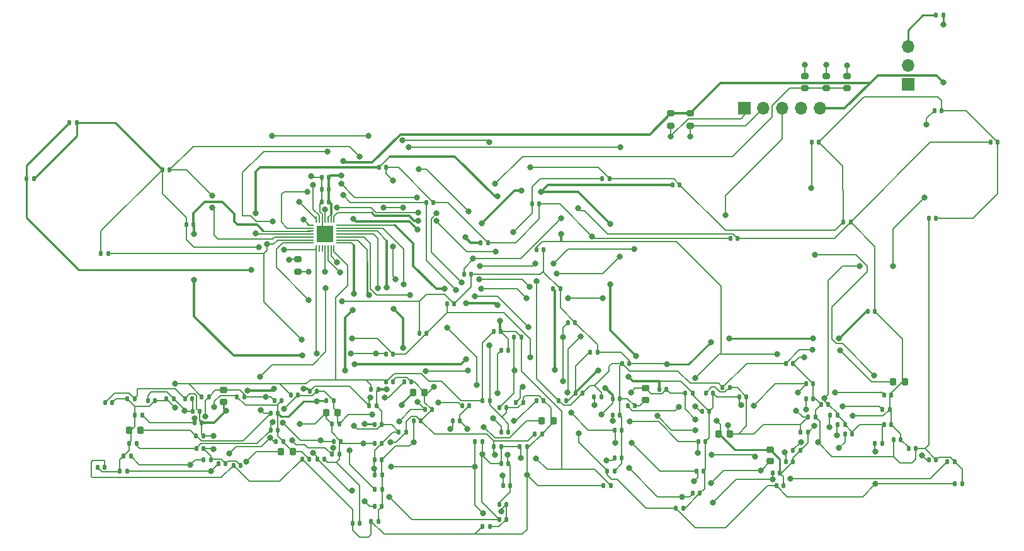
<source format=gtl>
G04 #@! TF.GenerationSoftware,KiCad,Pcbnew,6.0.2+dfsg-1*
G04 #@! TF.CreationDate,2023-12-26T19:09:33+01:00*
G04 #@! TF.ProjectId,vesuvius-badge-charlie,76657375-7669-4757-932d-62616467652d,rev?*
G04 #@! TF.SameCoordinates,Original*
G04 #@! TF.FileFunction,Copper,L1,Top*
G04 #@! TF.FilePolarity,Positive*
%FSLAX46Y46*%
G04 Gerber Fmt 4.6, Leading zero omitted, Abs format (unit mm)*
G04 Created by KiCad (PCBNEW 6.0.2+dfsg-1) date 2023-12-26 19:09:33*
%MOMM*%
%LPD*%
G01*
G04 APERTURE LIST*
G04 Aperture macros list*
%AMRoundRect*
0 Rectangle with rounded corners*
0 $1 Rounding radius*
0 $2 $3 $4 $5 $6 $7 $8 $9 X,Y pos of 4 corners*
0 Add a 4 corners polygon primitive as box body*
4,1,4,$2,$3,$4,$5,$6,$7,$8,$9,$2,$3,0*
0 Add four circle primitives for the rounded corners*
1,1,$1+$1,$2,$3*
1,1,$1+$1,$4,$5*
1,1,$1+$1,$6,$7*
1,1,$1+$1,$8,$9*
0 Add four rect primitives between the rounded corners*
20,1,$1+$1,$2,$3,$4,$5,0*
20,1,$1+$1,$4,$5,$6,$7,0*
20,1,$1+$1,$6,$7,$8,$9,0*
20,1,$1+$1,$8,$9,$2,$3,0*%
G04 Aperture macros list end*
G04 #@! TA.AperFunction,SMDPad,CuDef*
%ADD10RoundRect,0.147500X-0.147500X-0.172500X0.147500X-0.172500X0.147500X0.172500X-0.147500X0.172500X0*%
G04 #@! TD*
G04 #@! TA.AperFunction,ComponentPad*
%ADD11R,1.700000X1.700000*%
G04 #@! TD*
G04 #@! TA.AperFunction,ComponentPad*
%ADD12O,1.700000X1.700000*%
G04 #@! TD*
G04 #@! TA.AperFunction,SMDPad,CuDef*
%ADD13RoundRect,0.218750X-0.218750X-0.256250X0.218750X-0.256250X0.218750X0.256250X-0.218750X0.256250X0*%
G04 #@! TD*
G04 #@! TA.AperFunction,SMDPad,CuDef*
%ADD14RoundRect,0.218750X0.256250X-0.218750X0.256250X0.218750X-0.256250X0.218750X-0.256250X-0.218750X0*%
G04 #@! TD*
G04 #@! TA.AperFunction,SMDPad,CuDef*
%ADD15RoundRect,0.218750X0.218750X0.256250X-0.218750X0.256250X-0.218750X-0.256250X0.218750X-0.256250X0*%
G04 #@! TD*
G04 #@! TA.AperFunction,SMDPad,CuDef*
%ADD16RoundRect,0.050000X-0.050000X0.362500X-0.050000X-0.362500X0.050000X-0.362500X0.050000X0.362500X0*%
G04 #@! TD*
G04 #@! TA.AperFunction,SMDPad,CuDef*
%ADD17RoundRect,0.050000X-0.362500X0.050000X-0.362500X-0.050000X0.362500X-0.050000X0.362500X0.050000X0*%
G04 #@! TD*
G04 #@! TA.AperFunction,SMDPad,CuDef*
%ADD18R,2.300000X2.300000*%
G04 #@! TD*
G04 #@! TA.AperFunction,SMDPad,CuDef*
%ADD19RoundRect,0.147500X0.147500X0.172500X-0.147500X0.172500X-0.147500X-0.172500X0.147500X-0.172500X0*%
G04 #@! TD*
G04 #@! TA.AperFunction,SMDPad,CuDef*
%ADD20RoundRect,0.200000X-0.275000X0.200000X-0.275000X-0.200000X0.275000X-0.200000X0.275000X0.200000X0*%
G04 #@! TD*
G04 #@! TA.AperFunction,SMDPad,CuDef*
%ADD21RoundRect,0.140000X0.140000X0.170000X-0.140000X0.170000X-0.140000X-0.170000X0.140000X-0.170000X0*%
G04 #@! TD*
G04 #@! TA.AperFunction,SMDPad,CuDef*
%ADD22RoundRect,0.200000X0.275000X-0.200000X0.275000X0.200000X-0.275000X0.200000X-0.275000X-0.200000X0*%
G04 #@! TD*
G04 #@! TA.AperFunction,ViaPad*
%ADD23C,0.800000*%
G04 #@! TD*
G04 #@! TA.AperFunction,Conductor*
%ADD24C,0.270000*%
G04 #@! TD*
G04 #@! TA.AperFunction,Conductor*
%ADD25C,0.200000*%
G04 #@! TD*
G04 #@! TA.AperFunction,Conductor*
%ADD26C,0.300000*%
G04 #@! TD*
G04 #@! TA.AperFunction,Conductor*
%ADD27C,0.150000*%
G04 #@! TD*
G04 APERTURE END LIST*
D10*
X243530000Y-55250000D03*
X244500000Y-55250000D03*
D11*
X239750000Y-64525000D03*
D12*
X239750000Y-61985000D03*
X239750000Y-59445000D03*
D11*
X217750000Y-67750000D03*
D12*
X220290000Y-67750000D03*
X222830000Y-67750000D03*
X225370000Y-67750000D03*
X227910000Y-67750000D03*
D13*
X155462500Y-114000000D03*
X157037500Y-114000000D03*
D14*
X221250000Y-115287500D03*
X221250000Y-113712500D03*
D13*
X190512500Y-109850000D03*
X192087500Y-109850000D03*
D15*
X136602500Y-111100000D03*
X135027500Y-111100000D03*
D13*
X161527500Y-108750000D03*
X163102500Y-108750000D03*
X214262500Y-111600000D03*
X215837500Y-111600000D03*
X173212500Y-106000000D03*
X174787500Y-106000000D03*
D14*
X147750000Y-107287500D03*
X147750000Y-105712500D03*
D13*
X237777500Y-104600000D03*
X239352500Y-104600000D03*
D14*
X204500000Y-107037500D03*
X204500000Y-105462500D03*
D10*
X145065000Y-115100000D03*
X146035000Y-115100000D03*
X189580000Y-111600000D03*
X190550000Y-111600000D03*
X172050000Y-104600000D03*
X173020000Y-104600000D03*
X171315000Y-111350000D03*
X172285000Y-111350000D03*
X168080000Y-119100000D03*
X169050000Y-119100000D03*
D16*
X162600000Y-82762500D03*
X162200000Y-82762500D03*
X161800000Y-82762500D03*
X161400000Y-82762500D03*
X161000000Y-82762500D03*
X160600000Y-82762500D03*
X160200000Y-82762500D03*
D17*
X159462500Y-83500000D03*
X159462500Y-83900000D03*
X159462500Y-84300000D03*
X159462500Y-84700000D03*
X159462500Y-85100000D03*
X159462500Y-85500000D03*
X159462500Y-85900000D03*
D16*
X160200000Y-86637500D03*
X160600000Y-86637500D03*
X161000000Y-86637500D03*
X161400000Y-86637500D03*
X161800000Y-86637500D03*
X162200000Y-86637500D03*
X162600000Y-86637500D03*
D17*
X163337500Y-85900000D03*
X163337500Y-85500000D03*
X163337500Y-85100000D03*
X163337500Y-84700000D03*
X163337500Y-84300000D03*
X163337500Y-83900000D03*
X163337500Y-83500000D03*
D18*
X161400000Y-84700000D03*
D19*
X140485000Y-76050000D03*
X139515000Y-76050000D03*
D10*
X149065000Y-115850000D03*
X150035000Y-115850000D03*
D20*
X207900000Y-68475000D03*
X207900000Y-70125000D03*
X210450000Y-68475000D03*
X210450000Y-70125000D03*
D10*
X198815000Y-118600000D03*
X199785000Y-118600000D03*
X236565000Y-110350000D03*
X237535000Y-110350000D03*
X217080000Y-106600000D03*
X218050000Y-106600000D03*
X184050000Y-97850000D03*
X185020000Y-97850000D03*
X225315000Y-111350000D03*
X226285000Y-111350000D03*
X197050000Y-100600000D03*
X198020000Y-100600000D03*
X160365000Y-115000000D03*
X161335000Y-115000000D03*
X239830000Y-113600000D03*
X240800000Y-113600000D03*
X214815000Y-105350000D03*
X215785000Y-105350000D03*
X201300000Y-102100000D03*
X202270000Y-102100000D03*
X223315000Y-102100000D03*
X224285000Y-102100000D03*
D19*
X135785000Y-106850000D03*
X134815000Y-106850000D03*
D10*
X184815000Y-121100000D03*
X185785000Y-121100000D03*
X143565000Y-108600000D03*
X144535000Y-108600000D03*
X199315000Y-116600000D03*
X200285000Y-116600000D03*
X185330000Y-118600000D03*
X186300000Y-118600000D03*
X189230000Y-80650000D03*
X190200000Y-80650000D03*
X180065000Y-90100000D03*
X181035000Y-90100000D03*
X192815000Y-107100000D03*
X193785000Y-107100000D03*
X127015000Y-69750000D03*
X127985000Y-69750000D03*
X200050000Y-109100000D03*
X201020000Y-109100000D03*
X235315000Y-112850000D03*
X236285000Y-112850000D03*
X174050000Y-98100000D03*
X175020000Y-98100000D03*
X242565000Y-82600000D03*
X243535000Y-82600000D03*
X208550000Y-121600000D03*
X209520000Y-121600000D03*
X184830000Y-108100000D03*
X185800000Y-108100000D03*
X231065000Y-83100000D03*
X232035000Y-83100000D03*
X147065000Y-115600000D03*
X148035000Y-115600000D03*
D19*
X163285000Y-110250000D03*
X162315000Y-110250000D03*
X135285000Y-114600000D03*
X134315000Y-114600000D03*
D10*
X222065000Y-118600000D03*
X223035000Y-118600000D03*
X231315000Y-111600000D03*
X232285000Y-111600000D03*
X182315000Y-85850000D03*
X183285000Y-85850000D03*
D21*
X161880000Y-77100000D03*
X160920000Y-77100000D03*
D10*
X187565000Y-113350000D03*
X188535000Y-113350000D03*
X209815000Y-106100000D03*
X210785000Y-106100000D03*
D19*
X132235000Y-87300000D03*
X131265000Y-87300000D03*
D10*
X156800000Y-106350000D03*
X157770000Y-106350000D03*
X158315000Y-115000000D03*
X159285000Y-115000000D03*
X245065000Y-115350000D03*
X246035000Y-115350000D03*
X229300000Y-109100000D03*
X230270000Y-109100000D03*
X186815000Y-98600000D03*
X187785000Y-98600000D03*
X200050000Y-106850000D03*
X201020000Y-106850000D03*
X200315000Y-114850000D03*
X201285000Y-114850000D03*
X144065000Y-113600000D03*
X145035000Y-113600000D03*
D19*
X136035000Y-112850000D03*
X135065000Y-112850000D03*
D10*
X144050000Y-111850000D03*
X145020000Y-111850000D03*
X173315000Y-109850000D03*
X174285000Y-109850000D03*
X169565000Y-100850000D03*
X170535000Y-100850000D03*
X221550000Y-116850000D03*
X222520000Y-116850000D03*
X161565000Y-107100000D03*
X162535000Y-107100000D03*
X206315000Y-105600000D03*
X207285000Y-105600000D03*
X211300000Y-116600000D03*
X212270000Y-116600000D03*
X162315000Y-114350000D03*
X163285000Y-114350000D03*
X182565000Y-107100000D03*
X183535000Y-107100000D03*
X208115000Y-78050000D03*
X209085000Y-78050000D03*
X167565000Y-105600000D03*
X168535000Y-105600000D03*
X140065000Y-106850000D03*
X141035000Y-106850000D03*
X162550000Y-112600000D03*
X163520000Y-112600000D03*
X243300000Y-68100000D03*
X244270000Y-68100000D03*
X184800000Y-123100000D03*
X185770000Y-123100000D03*
X194050000Y-96600000D03*
X195020000Y-96600000D03*
X226815000Y-72350000D03*
X227785000Y-72350000D03*
X195050000Y-106100000D03*
X196020000Y-106100000D03*
D19*
X121265000Y-77250000D03*
X122235000Y-77250000D03*
D10*
X230330000Y-110350000D03*
X231300000Y-110350000D03*
D19*
X131785000Y-116100000D03*
X130815000Y-116100000D03*
D21*
X161880000Y-78725000D03*
X160920000Y-78725000D03*
D10*
X226065000Y-106850000D03*
X227035000Y-106850000D03*
X168050000Y-112850000D03*
X169020000Y-112850000D03*
X184080000Y-113350000D03*
X185050000Y-113350000D03*
D22*
X231600000Y-65087500D03*
X231600000Y-63437500D03*
D10*
X167565000Y-123350000D03*
X168535000Y-123350000D03*
X154065000Y-111100000D03*
X155035000Y-111100000D03*
X168050000Y-121350000D03*
X169020000Y-121350000D03*
X187050000Y-107350000D03*
X188020000Y-107350000D03*
X198665000Y-77250000D03*
X199635000Y-77250000D03*
X143815000Y-110100000D03*
X144785000Y-110100000D03*
X246065000Y-118350000D03*
X247035000Y-118350000D03*
X236315000Y-108350000D03*
X237285000Y-108350000D03*
X226065000Y-104850000D03*
X227035000Y-104850000D03*
X174982500Y-80450000D03*
X175952500Y-80450000D03*
X185080000Y-115600000D03*
X186050000Y-115600000D03*
X224300000Y-113850000D03*
X225270000Y-113850000D03*
X154065000Y-108850000D03*
X155035000Y-108850000D03*
X236550000Y-106350000D03*
X237520000Y-106350000D03*
D21*
X161880000Y-80350000D03*
X160920000Y-80350000D03*
D19*
X169035000Y-115100000D03*
X168065000Y-115100000D03*
D10*
X242565000Y-115100000D03*
X243535000Y-115100000D03*
X177800000Y-94100000D03*
X178770000Y-94100000D03*
X250830000Y-72350000D03*
X251800000Y-72350000D03*
D19*
X136800000Y-109100000D03*
X135830000Y-109100000D03*
D10*
X168050000Y-110350000D03*
X169020000Y-110350000D03*
X212065000Y-108600000D03*
X213035000Y-108600000D03*
X192065000Y-92100000D03*
X193035000Y-92100000D03*
X182565000Y-124100000D03*
X183535000Y-124100000D03*
X167315000Y-107850000D03*
X168285000Y-107850000D03*
X159330000Y-105850000D03*
X160300000Y-105850000D03*
X181565000Y-112600000D03*
X182535000Y-112600000D03*
D20*
X157750000Y-88100000D03*
X157750000Y-89750000D03*
D10*
X154815000Y-112600000D03*
X155785000Y-112600000D03*
X169565000Y-104600000D03*
X170535000Y-104600000D03*
X200300000Y-111100000D03*
X201270000Y-111100000D03*
X226330000Y-109350000D03*
X227300000Y-109350000D03*
X154565000Y-107100000D03*
X155535000Y-107100000D03*
X215880000Y-85300000D03*
X216850000Y-85300000D03*
X178550000Y-109850000D03*
X179520000Y-109850000D03*
X234330000Y-95100000D03*
X235300000Y-95100000D03*
X174815000Y-108350000D03*
X175785000Y-108350000D03*
X228065000Y-107600000D03*
X229035000Y-107600000D03*
D19*
X143685000Y-83450000D03*
X142715000Y-83450000D03*
D10*
X179815000Y-107850000D03*
X180785000Y-107850000D03*
X144815000Y-106600000D03*
X145785000Y-106600000D03*
X223315000Y-115350000D03*
X224285000Y-115350000D03*
D22*
X228750000Y-65087500D03*
X228750000Y-63437500D03*
D19*
X134785000Y-116600000D03*
X133815000Y-116600000D03*
D22*
X225900000Y-65087500D03*
X225900000Y-63437500D03*
D10*
X189815000Y-86850000D03*
X190785000Y-86850000D03*
X202080000Y-107850000D03*
X203050000Y-107850000D03*
X212565000Y-106100000D03*
X213535000Y-106100000D03*
X197565000Y-106600000D03*
X198535000Y-106600000D03*
X149550000Y-106600000D03*
X150520000Y-106600000D03*
X168080000Y-117100000D03*
X169050000Y-117100000D03*
X185065000Y-100350000D03*
X186035000Y-100350000D03*
X185065000Y-111350000D03*
X186035000Y-111350000D03*
X237830000Y-112350000D03*
X238800000Y-112350000D03*
D19*
X132785000Y-107350000D03*
X131815000Y-107350000D03*
D10*
X137550000Y-107100000D03*
X138520000Y-107100000D03*
X210815000Y-119600000D03*
X211785000Y-119600000D03*
X165080000Y-123600000D03*
X166050000Y-123600000D03*
X189815000Y-107100000D03*
X190785000Y-107100000D03*
X211565000Y-112600000D03*
X212535000Y-112600000D03*
X168630000Y-75750000D03*
X169600000Y-75750000D03*
X142565000Y-106850000D03*
X143535000Y-106850000D03*
D23*
X244500000Y-56500000D03*
X226750000Y-78500000D03*
X151500000Y-89500000D03*
X244500000Y-64250000D03*
X168000000Y-116250000D03*
X170250000Y-116000000D03*
X176000000Y-105250000D03*
X172000000Y-91500000D03*
X167344378Y-92872881D03*
X171750000Y-107750000D03*
X166750000Y-110270020D03*
X160250000Y-107250000D03*
X167750000Y-109000000D03*
X165250000Y-110500000D03*
X160750000Y-112500000D03*
X159750000Y-114149500D03*
X165000000Y-119250000D03*
X202500000Y-106000000D03*
X211000000Y-118000000D03*
X213250000Y-118250000D03*
X220000000Y-116500000D03*
X158000000Y-110250000D03*
X153449500Y-106600000D03*
X143250000Y-115750000D03*
X148500000Y-114250000D03*
X150834525Y-115312982D03*
X146065000Y-116600000D03*
X142500000Y-108500000D03*
X146500000Y-108000000D03*
X227250000Y-87500000D03*
X235250000Y-103750000D03*
X237750000Y-89000000D03*
X242000000Y-79750000D03*
X233250000Y-89000000D03*
X242250000Y-70000000D03*
X154350000Y-83000000D03*
X161700000Y-73589989D03*
X161350000Y-89800000D03*
X201050000Y-73050000D03*
X159150000Y-89800000D03*
X172650000Y-73050000D03*
X179750000Y-91250000D03*
X198700000Y-93300000D03*
X163000000Y-81125500D03*
X176400000Y-81900000D03*
X215250000Y-82150000D03*
X173900000Y-81850000D03*
X188500000Y-93350000D03*
X161400000Y-81400000D03*
X194100000Y-93350000D03*
X182400000Y-92050000D03*
X225900000Y-61912500D03*
X228750000Y-61912500D03*
X156550000Y-88150000D03*
X159550000Y-76900000D03*
X182535000Y-114335000D03*
X187700000Y-114850000D03*
X177502250Y-92101243D03*
X180550000Y-110950500D03*
X184900000Y-96350000D03*
X166749500Y-120700000D03*
X189750000Y-114900000D03*
X170050000Y-120050000D03*
X184550000Y-94300000D03*
X180350000Y-94050000D03*
X185950000Y-114400000D03*
X156950000Y-112500000D03*
X184250000Y-114400000D03*
X164650000Y-113800000D03*
X162500000Y-113519500D03*
X170200000Y-112700000D03*
X154024406Y-112129837D03*
X185111076Y-122004576D03*
X154335500Y-110000000D03*
X182650000Y-122250000D03*
X170600000Y-94750000D03*
X182750000Y-110650000D03*
X169700000Y-105650000D03*
X171900000Y-100050000D03*
X169700000Y-91900000D03*
X155734500Y-110100000D03*
X181550000Y-116000000D03*
X178250000Y-110900000D03*
X155850000Y-108250000D03*
X152650000Y-103950000D03*
X161500000Y-92000000D03*
X168450000Y-92000000D03*
X173315000Y-112685000D03*
X152750000Y-108419020D03*
X186800000Y-109850000D03*
X172800000Y-92900000D03*
X173800000Y-107300000D03*
X145292385Y-109272906D03*
X188000000Y-105250000D03*
X166550000Y-112850000D03*
X171350000Y-109900000D03*
X176650000Y-107350000D03*
X177800000Y-97300000D03*
X181750000Y-105050000D03*
X143824405Y-109511071D03*
X183950000Y-109500000D03*
X184550000Y-106100000D03*
X146400000Y-113631201D03*
X146400000Y-111832681D03*
X148050000Y-108500000D03*
X165250000Y-92699500D03*
X150992631Y-105754968D03*
X167450000Y-106750000D03*
X186850000Y-103050000D03*
X180600000Y-103050000D03*
X165100000Y-94900000D03*
X154515763Y-105549500D03*
X164050000Y-103100000D03*
X174950000Y-103150000D03*
X169450000Y-106750000D03*
X158474676Y-105549500D03*
X141250000Y-104850000D03*
X141250000Y-108100000D03*
X182200000Y-89050000D03*
X210500000Y-71550000D03*
X202950000Y-86750000D03*
X189650000Y-88650000D03*
X192150000Y-88700000D03*
X163019622Y-88480378D03*
X163400000Y-89850000D03*
X201000000Y-87750000D03*
X207900000Y-71550000D03*
X192550000Y-90000000D03*
X182150000Y-90800000D03*
X188900000Y-91800000D03*
X231600000Y-61962500D03*
X170500000Y-77500000D03*
X195750000Y-98500000D03*
X160250000Y-100800000D03*
X235350000Y-113950500D03*
X194000000Y-106000000D03*
X197282193Y-85000019D03*
X164850000Y-100800000D03*
X170500000Y-86350000D03*
X195500000Y-111500000D03*
X152450000Y-86500000D03*
X170900000Y-90800000D03*
X155850000Y-86850000D03*
X168250000Y-100800000D03*
X235400000Y-118349500D03*
X209350000Y-120050000D03*
X207350000Y-102250000D03*
X213250000Y-99250000D03*
X213500000Y-120850000D03*
X227000000Y-98750000D03*
X199250000Y-115200000D03*
X230500000Y-113500000D03*
X223950000Y-117650000D03*
X202250000Y-116200000D03*
X215750000Y-98750000D03*
X163700000Y-93750000D03*
X221600000Y-117700000D03*
X159200000Y-93550000D03*
X230500000Y-98750000D03*
X200400000Y-112800000D03*
X153591265Y-86049011D03*
X167250000Y-71500000D03*
X188950000Y-101250000D03*
X241650000Y-114500000D03*
X194450000Y-108750000D03*
X171804977Y-72054977D03*
X189000000Y-75750000D03*
X202600000Y-112800000D03*
X183500000Y-72350500D03*
X158250000Y-98900000D03*
X154250000Y-71500000D03*
X165000000Y-98750000D03*
X230250000Y-111750000D03*
X213400000Y-114400000D03*
X181300000Y-88000000D03*
X219243232Y-114661505D03*
X229200000Y-110700000D03*
X200100000Y-109850000D03*
X202400000Y-109950000D03*
X146250000Y-81100000D03*
X166050000Y-74300000D03*
X195450000Y-81250000D03*
X223200000Y-114100000D03*
X146200000Y-79500000D03*
X193150000Y-82550000D03*
X211500000Y-114150000D03*
X232350000Y-109200000D03*
X174000000Y-76000000D03*
X180700000Y-81650000D03*
X227650000Y-112750000D03*
X222200000Y-100900000D03*
X225350000Y-112700000D03*
X208950000Y-108000000D03*
X184550000Y-79600000D03*
X193150000Y-84700000D03*
X225800000Y-101250000D03*
X211150000Y-107900000D03*
X152100000Y-81900000D03*
X211200000Y-104050000D03*
X152050000Y-84650011D03*
X199050000Y-105400000D03*
X158300000Y-101050000D03*
X228545167Y-106758663D03*
X192250000Y-103000000D03*
X198550000Y-109000000D03*
X143800000Y-90850000D03*
X143800000Y-84700000D03*
X224700000Y-108450000D03*
X215600000Y-110450000D03*
X180350000Y-101550000D03*
X206050000Y-109169020D03*
X211150000Y-111100000D03*
X165400000Y-102200000D03*
X197600000Y-107750000D03*
X163800000Y-79450000D03*
X227200000Y-110550000D03*
X214050000Y-109800000D03*
X178950000Y-92200000D03*
X181550000Y-93050000D03*
X231000000Y-107900000D03*
X211200000Y-109650000D03*
X193350000Y-104500000D03*
X188750000Y-97200000D03*
X193350000Y-98600000D03*
X226100000Y-108350000D03*
X159000000Y-79050000D03*
X158500000Y-82750000D03*
X190400000Y-79000000D03*
X203200000Y-101100000D03*
X187800000Y-78850000D03*
X199750000Y-83300000D03*
X165150000Y-82650000D03*
X224950000Y-106050000D03*
X230000000Y-106050000D03*
X217350500Y-107750000D03*
X180250000Y-85150000D03*
X182450000Y-83250000D03*
X202150000Y-103900000D03*
X219000000Y-107800000D03*
X198100000Y-103050000D03*
X173800000Y-84100000D03*
X199750000Y-91500000D03*
X189850000Y-91050000D03*
X186700000Y-84450000D03*
X157900000Y-80400000D03*
X169250000Y-81149500D03*
X230600000Y-100350000D03*
X171900000Y-81149500D03*
X226900000Y-100300000D03*
X173750000Y-79750000D03*
X159800000Y-78100000D03*
X184250000Y-77950000D03*
X163600000Y-77950000D03*
X163850000Y-74850000D03*
X163550000Y-76800000D03*
X176350000Y-82950000D03*
X188550000Y-117150000D03*
X184350000Y-87100000D03*
X183500000Y-99700000D03*
X173900000Y-82900000D03*
X185250000Y-117200000D03*
D24*
X244500000Y-55250000D02*
X244500000Y-56500000D01*
X241750000Y-55250000D02*
X239750000Y-57250000D01*
X239750000Y-57250000D02*
X239750000Y-59445000D01*
X243530000Y-55250000D02*
X241750000Y-55250000D01*
D25*
X184250000Y-77950000D02*
X187950000Y-74250000D01*
X187950000Y-74250000D02*
X216200000Y-74250000D01*
X216200000Y-74250000D02*
X221500000Y-68950000D01*
X221500000Y-68950000D02*
X221500000Y-67454345D01*
X221500000Y-67454345D02*
X223866845Y-65087500D01*
X223866845Y-65087500D02*
X225900000Y-65087500D01*
D26*
X234662020Y-64337980D02*
X235674511Y-63325489D01*
X235674511Y-63325489D02*
X243575489Y-63325489D01*
X243575489Y-63325489D02*
X244500000Y-64250000D01*
D25*
X226815000Y-78435000D02*
X226750000Y-78500000D01*
X226815000Y-72350000D02*
X226815000Y-78435000D01*
D24*
X128250000Y-89500000D02*
X151500000Y-89500000D01*
X121265000Y-77250000D02*
X121265000Y-82515000D01*
X121265000Y-82515000D02*
X128250000Y-89500000D01*
X122235000Y-77250000D02*
X127985000Y-71500000D01*
X127985000Y-71500000D02*
X127985000Y-69750000D01*
X127015000Y-69750000D02*
X121282252Y-75482748D01*
X121282252Y-75482748D02*
X121282252Y-77232748D01*
X127985000Y-69750000D02*
X133215000Y-69750000D01*
X133215000Y-69750000D02*
X139515000Y-76050000D01*
D26*
X214587020Y-64337980D02*
X234662020Y-64337980D01*
X227950000Y-67750000D02*
X231250000Y-67750000D01*
X231250000Y-67750000D02*
X234662020Y-64337980D01*
X210450000Y-68475000D02*
X214587020Y-64337980D01*
D25*
X169565000Y-104600000D02*
X170665000Y-103500000D01*
X170665000Y-103500000D02*
X174310741Y-103500000D01*
X174310741Y-103500000D02*
X175310741Y-104500000D01*
X175310741Y-104500000D02*
X177050000Y-104500000D01*
X177050000Y-104500000D02*
X179650000Y-107100000D01*
X179650000Y-107100000D02*
X182565000Y-107100000D01*
X168000000Y-116250000D02*
X168000000Y-115165000D01*
X168000000Y-115165000D02*
X168065000Y-115100000D01*
D24*
X168080000Y-117100000D02*
X168080000Y-116330000D01*
X168080000Y-116330000D02*
X168000000Y-116250000D01*
D25*
X181550000Y-116000000D02*
X170250000Y-116000000D01*
X175250000Y-106000000D02*
X176000000Y-105250000D01*
X174787500Y-106000000D02*
X175250000Y-106000000D01*
X169150000Y-83900000D02*
X172000000Y-86750000D01*
X172000000Y-86750000D02*
X172000000Y-91500000D01*
X163337500Y-83900000D02*
X169150000Y-83900000D01*
X163337500Y-85500000D02*
X165750000Y-85500000D01*
X167045850Y-86795850D02*
X167045850Y-88545850D01*
X165750000Y-85500000D02*
X167045850Y-86795850D01*
D24*
X167045850Y-92574353D02*
X167045850Y-88545850D01*
X167344378Y-92872881D02*
X167045850Y-92574353D01*
X171750000Y-107750000D02*
X171750000Y-107462500D01*
X171750000Y-107462500D02*
X173212500Y-106000000D01*
X158500000Y-107250000D02*
X156500000Y-109250000D01*
X160250000Y-107250000D02*
X158500000Y-107250000D01*
X161565000Y-107100000D02*
X160400000Y-107100000D01*
X160400000Y-107100000D02*
X160250000Y-107250000D01*
X166750000Y-110270020D02*
X167970020Y-110270020D01*
X167970020Y-110270020D02*
X168050000Y-110350000D01*
D25*
X155734500Y-110100000D02*
X158067250Y-112432750D01*
X160750000Y-112500000D02*
X158134500Y-112500000D01*
X164535000Y-109000000D02*
X167750000Y-109000000D01*
X163285000Y-110250000D02*
X164535000Y-109000000D01*
X169020000Y-112850000D02*
X170520000Y-111350000D01*
X170520000Y-111350000D02*
X171315000Y-111350000D01*
X169020000Y-110350000D02*
X168400480Y-110969520D01*
X168400480Y-110969520D02*
X165719520Y-110969520D01*
X165719520Y-110969520D02*
X165250000Y-110500000D01*
X162550000Y-112600000D02*
X160850000Y-112600000D01*
X160850000Y-112600000D02*
X160750000Y-112500000D01*
X160365000Y-114764500D02*
X159750000Y-114149500D01*
X160365000Y-115000000D02*
X160365000Y-114764500D01*
X158315000Y-115000000D02*
X165080000Y-121765000D01*
X165080000Y-121765000D02*
X165080000Y-123600000D01*
X157037500Y-114000000D02*
X158285000Y-114000000D01*
X158285000Y-114000000D02*
X159285000Y-115000000D01*
X164615000Y-119250000D02*
X160365000Y-115000000D01*
X165000000Y-119250000D02*
X164615000Y-119250000D01*
X203037500Y-105462500D02*
X202500000Y-106000000D01*
X204500000Y-105462500D02*
X203037500Y-105462500D01*
X207285000Y-105600000D02*
X206665480Y-106219520D01*
X206665480Y-106219520D02*
X205257020Y-106219520D01*
X205257020Y-106219520D02*
X204500000Y-105462500D01*
X203050000Y-107850000D02*
X203687500Y-107850000D01*
X203687500Y-107850000D02*
X204500000Y-107037500D01*
X211000000Y-118000000D02*
X211500000Y-117500000D01*
X211500000Y-117500000D02*
X211500000Y-116800000D01*
X211500000Y-116800000D02*
X211300000Y-116600000D01*
X211300000Y-116600000D02*
X206400000Y-116600000D01*
X206400000Y-116600000D02*
X202600000Y-112800000D01*
X220000000Y-116500000D02*
X215000000Y-116500000D01*
X215000000Y-116500000D02*
X213250000Y-118250000D01*
X220000000Y-116500000D02*
X220037500Y-116500000D01*
X220037500Y-116500000D02*
X221250000Y-115287500D01*
D24*
X221250000Y-113712500D02*
X222520000Y-114982500D01*
X222520000Y-114982500D02*
X222520000Y-116850000D01*
X214262500Y-111600000D02*
X214350000Y-111600000D01*
X214350000Y-111600000D02*
X216462500Y-113712500D01*
X216462500Y-113712500D02*
X221250000Y-113712500D01*
D25*
X174787500Y-106000000D02*
X174787500Y-107352500D01*
X174787500Y-107352500D02*
X175785000Y-108350000D01*
X173020000Y-104600000D02*
X173387500Y-104600000D01*
X173387500Y-104600000D02*
X174787500Y-106000000D01*
D24*
X155435000Y-109250000D02*
X155035000Y-108850000D01*
X156500000Y-109250000D02*
X155435000Y-109250000D01*
D25*
X162315000Y-110250000D02*
X162315000Y-111395000D01*
X162315000Y-111395000D02*
X163520000Y-112600000D01*
X163102500Y-108750000D02*
X163102500Y-110067500D01*
X163102500Y-110067500D02*
X163285000Y-110250000D01*
X162535000Y-107100000D02*
X162535000Y-108182500D01*
X162535000Y-108182500D02*
X163102500Y-108750000D01*
X161527500Y-108750000D02*
X161527500Y-109462500D01*
X161527500Y-109462500D02*
X162315000Y-110250000D01*
X158000000Y-110250000D02*
X160027500Y-110250000D01*
X160027500Y-110250000D02*
X161527500Y-108750000D01*
X153150000Y-106600000D02*
X154065000Y-106600000D01*
X150520000Y-106600000D02*
X153150000Y-106600000D01*
X162900000Y-115400000D02*
X161735000Y-115400000D01*
X161735000Y-115400000D02*
X161335000Y-115000000D01*
X155785000Y-112600000D02*
X155785000Y-112747500D01*
X155785000Y-112747500D02*
X157037500Y-114000000D01*
X155035000Y-111100000D02*
X155035000Y-111850000D01*
X155035000Y-111850000D02*
X155785000Y-112600000D01*
X143250000Y-115750000D02*
X136435000Y-115750000D01*
X136435000Y-115750000D02*
X135285000Y-114600000D01*
X154024406Y-112129837D02*
X152823022Y-113331221D01*
X152823022Y-113331221D02*
X149418779Y-113331221D01*
X149418779Y-113331221D02*
X148500000Y-114250000D01*
X143250000Y-115750000D02*
X143900000Y-115100000D01*
X143900000Y-115100000D02*
X145065000Y-115100000D01*
X150834525Y-115312982D02*
X152147507Y-114000000D01*
X152147507Y-114000000D02*
X155462500Y-114000000D01*
X158315000Y-115000000D02*
X155315000Y-118000000D01*
X155315000Y-118000000D02*
X151215000Y-118000000D01*
X151215000Y-118000000D02*
X149065000Y-115850000D01*
X142500000Y-108500000D02*
X142500000Y-108315000D01*
X142500000Y-108315000D02*
X141035000Y-106850000D01*
X143565000Y-108600000D02*
X142600000Y-108600000D01*
X142600000Y-108600000D02*
X142500000Y-108500000D01*
X146500000Y-107250000D02*
X146500000Y-108000000D01*
X147300480Y-106449520D02*
X146500000Y-107250000D01*
X149399520Y-106449520D02*
X147300480Y-106449520D01*
X149550000Y-106600000D02*
X149399520Y-106449520D01*
D24*
X147750000Y-107287500D02*
X147750000Y-108200000D01*
X147750000Y-108200000D02*
X148050000Y-108500000D01*
D25*
X147750000Y-105712500D02*
X149960904Y-105712500D01*
X149960904Y-105712500D02*
X150520000Y-106271596D01*
X150520000Y-106271596D02*
X150520000Y-106600000D01*
X145785000Y-106600000D02*
X146672500Y-105712500D01*
X146672500Y-105712500D02*
X147750000Y-105712500D01*
X235250000Y-103750000D02*
X230949511Y-99449511D01*
X234250000Y-89010741D02*
X232739259Y-87500000D01*
X230099031Y-99449511D02*
X229500000Y-98850480D01*
X234250000Y-89750000D02*
X234250000Y-89010741D01*
X232739259Y-87500000D02*
X227250000Y-87500000D01*
X229500000Y-94500000D02*
X234250000Y-89750000D01*
X229500000Y-98850480D02*
X229500000Y-94500000D01*
X230949511Y-99449511D02*
X230099031Y-99449511D01*
X229000000Y-91000000D02*
X231000000Y-89000000D01*
X237750000Y-89000000D02*
X237750000Y-84000000D01*
X229000000Y-106303830D02*
X229000000Y-91000000D01*
X231000000Y-89000000D02*
X233250000Y-89000000D01*
X228545167Y-106758663D02*
X229000000Y-106303830D01*
X237750000Y-84000000D02*
X242000000Y-79750000D01*
X242250000Y-70000000D02*
X242250000Y-69150000D01*
X242250000Y-69150000D02*
X243300000Y-68100000D01*
X244270000Y-68100000D02*
X244270000Y-66770000D01*
X244270000Y-66770000D02*
X243750000Y-66250000D01*
X243750000Y-66250000D02*
X233885000Y-66250000D01*
X233885000Y-66250000D02*
X227785000Y-72350000D01*
X210450000Y-70125000D02*
X217955000Y-70125000D01*
X217955000Y-70125000D02*
X220330000Y-67750000D01*
X207900000Y-71493573D02*
X210219053Y-69174520D01*
X210219053Y-69174520D02*
X217325480Y-69174520D01*
X217325480Y-69174520D02*
X217790000Y-68710000D01*
X217790000Y-68710000D02*
X217790000Y-67750000D01*
X215250000Y-82150000D02*
X215250000Y-79500000D01*
X215250000Y-79500000D02*
X222870000Y-71880000D01*
X222870000Y-71880000D02*
X222870000Y-67750000D01*
X150250000Y-76434505D02*
X150250000Y-82220838D01*
X159100000Y-89750000D02*
X159150000Y-89800000D01*
X152179651Y-83000000D02*
X154350000Y-83000000D01*
X157850000Y-89750000D02*
X159100000Y-89750000D01*
X201050000Y-73050000D02*
X172650000Y-73050000D01*
X151400489Y-82220838D02*
X150250000Y-82220838D01*
X151400489Y-82220838D02*
X152179651Y-83000000D01*
X154647764Y-73577742D02*
X154660011Y-73589989D01*
X153172258Y-73577742D02*
X150327742Y-76422258D01*
X161400000Y-89750000D02*
X161400000Y-86637500D01*
X153172258Y-73577742D02*
X154647764Y-73577742D01*
X161700000Y-73589989D02*
X154660011Y-73589989D01*
X157750000Y-89750000D02*
X157850000Y-89750000D01*
X161350000Y-89800000D02*
X161400000Y-89750000D01*
D27*
X182400000Y-92050000D02*
X187200000Y-92050000D01*
X167575862Y-81125500D02*
X163000000Y-81125500D01*
X173874011Y-81824011D02*
X168274373Y-81824011D01*
X168274373Y-81824011D02*
X167575862Y-81125500D01*
X173900000Y-81850000D02*
X173874011Y-81824011D01*
X175675489Y-82624511D02*
X175675489Y-87175489D01*
X161400000Y-82762500D02*
X161400000Y-81400000D01*
X198650000Y-93350000D02*
X198700000Y-93300000D01*
X175675489Y-87175489D02*
X179750000Y-91250000D01*
X176400000Y-81900000D02*
X175675489Y-82624511D01*
X187200000Y-92050000D02*
X188500000Y-93350000D01*
X194100000Y-93350000D02*
X198650000Y-93350000D01*
D25*
X225900000Y-63437500D02*
X225900000Y-61912500D01*
X228750000Y-63437500D02*
X228750000Y-61912500D01*
X160700489Y-80569511D02*
X160920000Y-80350000D01*
X156600000Y-88100000D02*
X156550000Y-88150000D01*
D27*
X160924511Y-84224511D02*
X161025480Y-84123542D01*
D25*
X157750000Y-88100000D02*
X156600000Y-88100000D01*
X160920000Y-78725000D02*
X160920000Y-77100000D01*
X161000000Y-82762500D02*
X161000000Y-81989259D01*
D27*
X161400000Y-84700000D02*
X160924511Y-84224511D01*
D25*
X159750000Y-77100000D02*
X159550000Y-76900000D01*
X160920000Y-80350000D02*
X160920000Y-78725000D01*
X160920000Y-77100000D02*
X159750000Y-77100000D01*
D27*
X161025480Y-84123542D02*
X161025480Y-82374520D01*
D25*
X160700489Y-81689748D02*
X160700489Y-80569511D01*
X161000000Y-81989259D02*
X160700489Y-81689748D01*
X187700000Y-113485000D02*
X187565000Y-113350000D01*
X182535000Y-114485000D02*
X182535000Y-112600000D01*
X167399500Y-121350000D02*
X166749500Y-120700000D01*
X187700000Y-114850000D02*
X187700000Y-113485000D01*
X173100000Y-123100000D02*
X184800000Y-123100000D01*
X179520000Y-109115000D02*
X180785000Y-107850000D01*
D26*
X173250000Y-86000000D02*
X173250000Y-89000000D01*
D25*
X186035000Y-98865000D02*
X185020000Y-97850000D01*
X170050000Y-120050000D02*
X173100000Y-123100000D01*
X146065000Y-116600000D02*
X147065000Y-115600000D01*
X134785000Y-116600000D02*
X146065000Y-116600000D01*
X184800000Y-123100000D02*
X182500000Y-120800000D01*
D26*
X173250000Y-89000000D02*
X176351243Y-92101243D01*
X170750000Y-83500000D02*
X173250000Y-86000000D01*
D25*
X191250000Y-116400000D02*
X189750000Y-114900000D01*
X193250000Y-108612819D02*
X193250000Y-116400000D01*
X191250000Y-116400000D02*
X197585000Y-116400000D01*
X182500000Y-120800000D02*
X182500000Y-114370000D01*
X187785000Y-103147819D02*
X193250000Y-108612819D01*
X185080000Y-115600000D02*
X183650000Y-115600000D01*
D26*
X184900000Y-96350000D02*
X184900000Y-97730000D01*
D25*
X179520000Y-109850000D02*
X179520000Y-109115000D01*
D26*
X176351243Y-92101243D02*
X177502250Y-92101243D01*
X180350000Y-94050000D02*
X184300000Y-94050000D01*
D25*
X168050000Y-121350000D02*
X167399500Y-121350000D01*
X180550000Y-110950500D02*
X180550000Y-110880000D01*
X185050000Y-113350000D02*
X187565000Y-113350000D01*
X187035000Y-97850000D02*
X185020000Y-97850000D01*
X183650000Y-115600000D02*
X182535000Y-114485000D01*
X197585000Y-116400000D02*
X199785000Y-118600000D01*
X185080000Y-113380000D02*
X185050000Y-113350000D01*
X187785000Y-98600000D02*
X187785000Y-103147819D01*
X182500000Y-114370000D02*
X182535000Y-114335000D01*
D26*
X184300000Y-94050000D02*
X184550000Y-94300000D01*
D25*
X180550000Y-110880000D02*
X179520000Y-109850000D01*
X163337500Y-83500000D02*
X170750000Y-83500000D01*
D26*
X184900000Y-97730000D02*
X185020000Y-97850000D01*
D25*
X187785000Y-98600000D02*
X187035000Y-97850000D01*
X185080000Y-115600000D02*
X185080000Y-113380000D01*
X186035000Y-100350000D02*
X186035000Y-98865000D01*
X154494569Y-112600000D02*
X154024406Y-112129837D01*
X185950000Y-115500000D02*
X186050000Y-115600000D01*
X172400480Y-103980480D02*
X173020000Y-104600000D01*
X170200000Y-112700000D02*
X170935000Y-112700000D01*
X184080000Y-112580000D02*
X183150000Y-111650000D01*
X173665480Y-109230480D02*
X174285000Y-109850000D01*
X158699519Y-113049519D02*
X159100000Y-113450000D01*
X186300000Y-118600000D02*
X186300000Y-115850000D01*
X183150000Y-111650000D02*
X176085000Y-111650000D01*
X186300000Y-119400000D02*
X186300000Y-118600000D01*
X174285000Y-109832181D02*
X175767181Y-108350000D01*
X175767181Y-108350000D02*
X175785000Y-108350000D01*
X185950000Y-114400000D02*
X185950000Y-115500000D01*
X189580000Y-111600000D02*
X188600000Y-112580000D01*
X161415000Y-113450000D02*
X162315000Y-114350000D01*
X168080000Y-119100000D02*
X164650000Y-115670000D01*
X172285000Y-111350000D02*
X172285000Y-109927819D01*
X159100000Y-113450000D02*
X161415000Y-113450000D01*
X164650000Y-115670000D02*
X164650000Y-113800000D01*
X184080000Y-113350000D02*
X184080000Y-112580000D01*
X170535000Y-104415000D02*
X170969520Y-103980480D01*
X186300000Y-115850000D02*
X186050000Y-115600000D01*
X188600000Y-112580000D02*
X184080000Y-112580000D01*
X156950000Y-112500000D02*
X157499519Y-113049519D01*
X172285000Y-109927819D02*
X172982339Y-109230480D01*
X184815000Y-121100000D02*
X184815000Y-120885000D01*
X162500000Y-113519500D02*
X162500000Y-114165000D01*
X172982339Y-109230480D02*
X173665480Y-109230480D01*
X184815000Y-120885000D02*
X186300000Y-119400000D01*
X170535000Y-104600000D02*
X170535000Y-104415000D01*
X174285000Y-109850000D02*
X174285000Y-109832181D01*
X170935000Y-112700000D02*
X172285000Y-111350000D01*
X184080000Y-114230000D02*
X184250000Y-114400000D01*
X154815000Y-112600000D02*
X154494569Y-112600000D01*
X162500000Y-114165000D02*
X162315000Y-114350000D01*
X157499519Y-113049519D02*
X158699519Y-113049519D01*
X176085000Y-111650000D02*
X174285000Y-109850000D01*
X170969520Y-103980480D02*
X172400480Y-103980480D01*
X184080000Y-113350000D02*
X184080000Y-114230000D01*
X184250000Y-112150000D02*
X182750000Y-110650000D01*
X168285000Y-107850000D02*
X168285000Y-105850000D01*
X183535000Y-124100000D02*
X184770000Y-124100000D01*
X163337500Y-84300000D02*
X168400000Y-84300000D01*
X169020000Y-108585000D02*
X168285000Y-107850000D01*
X152233299Y-112931701D02*
X154065000Y-111100000D01*
X136450000Y-113600000D02*
X136035000Y-113185000D01*
D26*
X170600000Y-94750000D02*
X171900000Y-96050000D01*
D25*
X144065000Y-113600000D02*
X136450000Y-113600000D01*
X169020000Y-110350000D02*
X169020000Y-108585000D01*
X185770000Y-123100000D02*
X185770000Y-121115000D01*
D26*
X169700000Y-105650000D02*
X168585000Y-105650000D01*
X171900000Y-96050000D02*
X171900000Y-100050000D01*
D25*
X154065000Y-111100000D02*
X154065000Y-110270500D01*
X154065000Y-110270500D02*
X154335500Y-110000000D01*
D26*
X168585000Y-105650000D02*
X168535000Y-105600000D01*
D25*
X184770000Y-124100000D02*
X185770000Y-123100000D01*
X136035000Y-113185000D02*
X136035000Y-112850000D01*
X190815000Y-109850000D02*
X188487181Y-109850000D01*
X168400000Y-84300000D02*
X169700000Y-85600000D01*
X170315000Y-110350000D02*
X171315000Y-111350000D01*
X168065000Y-113805000D02*
X169020000Y-112850000D01*
X188487181Y-109850000D02*
X186187181Y-112150000D01*
X144065000Y-113600000D02*
X144733299Y-112931701D01*
X168285000Y-105850000D02*
X168535000Y-105600000D01*
X144733299Y-112931701D02*
X152233299Y-112931701D01*
X185111076Y-122004576D02*
X185111076Y-121773924D01*
X186187181Y-112150000D02*
X184250000Y-112150000D01*
D26*
X169700000Y-85600000D02*
X169700000Y-91900000D01*
D25*
X181565000Y-112600000D02*
X181565000Y-121165000D01*
X168065000Y-115100000D02*
X168065000Y-113805000D01*
X169020000Y-110350000D02*
X170315000Y-110350000D01*
X185111076Y-121773924D02*
X185785000Y-121100000D01*
X181565000Y-121165000D02*
X182650000Y-122250000D01*
X172750000Y-113250000D02*
X173315000Y-112685000D01*
X169035000Y-117085000D02*
X169050000Y-117100000D01*
X173315000Y-112685000D02*
X173315000Y-109850000D01*
X187065000Y-109850000D02*
X186800000Y-109850000D01*
X161285000Y-105850000D02*
X160300000Y-105850000D01*
X168535000Y-121835000D02*
X169020000Y-121350000D01*
X189815000Y-107100000D02*
X187065000Y-109850000D01*
X168535000Y-123350000D02*
X168535000Y-121835000D01*
X169050000Y-121320000D02*
X169020000Y-121350000D01*
X168450000Y-92000000D02*
X168450000Y-85250000D01*
X157889520Y-106469520D02*
X159680480Y-106469520D01*
X144067819Y-111850000D02*
X144750000Y-112532181D01*
X169035000Y-115100000D02*
X170885000Y-113250000D01*
X169035000Y-115100000D02*
X169035000Y-117085000D01*
X162535000Y-107100000D02*
X161285000Y-105850000D01*
X144750000Y-112532181D02*
X150382819Y-112532181D01*
X155870000Y-108250000D02*
X157770000Y-106350000D01*
X178550000Y-110600000D02*
X178250000Y-110900000D01*
X169050000Y-119100000D02*
X169050000Y-117100000D01*
X178550000Y-109850000D02*
X178550000Y-110600000D01*
X155850000Y-108250000D02*
X155870000Y-108250000D01*
X154065000Y-108850000D02*
X153180980Y-108850000D01*
X159680480Y-106469520D02*
X160300000Y-105850000D01*
X161500000Y-100539259D02*
X161500000Y-92000000D01*
X170885000Y-113250000D02*
X172750000Y-113250000D01*
X150382819Y-112532181D02*
X154065000Y-108850000D01*
X152650000Y-103950000D02*
X154300000Y-102300000D01*
X154300000Y-102300000D02*
X159739259Y-102300000D01*
X159739259Y-102300000D02*
X161500000Y-100539259D01*
X144050000Y-111850000D02*
X144067819Y-111850000D01*
X143300000Y-111100000D02*
X144050000Y-111850000D01*
X167900000Y-84700000D02*
X163337500Y-84700000D01*
X157770000Y-106350000D02*
X157889520Y-106469520D01*
X136300000Y-111100000D02*
X143300000Y-111100000D01*
X169050000Y-119100000D02*
X169050000Y-121320000D01*
X168450000Y-85250000D02*
X167900000Y-84700000D01*
X153180980Y-108850000D02*
X152750000Y-108419020D01*
X171350000Y-109900000D02*
X172900000Y-108350000D01*
X187620481Y-105629519D02*
X187620481Y-106779519D01*
X145292385Y-107092615D02*
X145785000Y-106600000D01*
X154065000Y-106600000D02*
X154565000Y-107100000D01*
X163520000Y-112600000D02*
X163770000Y-112850000D01*
X136800000Y-109100000D02*
X137800000Y-110100000D01*
X167500000Y-92000000D02*
X167480370Y-92019630D01*
X145292385Y-109272906D02*
X145292385Y-107092615D01*
X143815000Y-110100000D02*
X143815000Y-109520476D01*
X163285000Y-115015000D02*
X163285000Y-114350000D01*
X143815000Y-109520476D02*
X143824405Y-109511071D01*
X162900000Y-115400000D02*
X163285000Y-115015000D01*
X166050000Y-118550000D02*
X166050000Y-123600000D01*
X167480370Y-92019630D02*
X168360741Y-92900000D01*
X163337980Y-85099520D02*
X166599520Y-85099520D01*
X163285000Y-112835000D02*
X163520000Y-112600000D01*
X163770000Y-112850000D02*
X168050000Y-112850000D01*
X177800000Y-97300000D02*
X181750000Y-101250000D01*
X166599520Y-85099520D02*
X167500000Y-86000000D01*
X174815000Y-108350000D02*
X174815000Y-108315000D01*
X163285000Y-114350000D02*
X163285000Y-112835000D01*
X163337500Y-85100000D02*
X163337980Y-85099520D01*
X176650000Y-107350000D02*
X179315000Y-107350000D01*
X174815000Y-108315000D02*
X173800000Y-107300000D01*
X181750000Y-101250000D02*
X181750000Y-105050000D01*
X179315000Y-107350000D02*
X179815000Y-107850000D01*
X168360741Y-92900000D02*
X172800000Y-92900000D01*
X137800000Y-110100000D02*
X143815000Y-110100000D01*
X187620481Y-106779519D02*
X187050000Y-107350000D01*
X167500000Y-86000000D02*
X167500000Y-92000000D01*
X172900000Y-108350000D02*
X174815000Y-108350000D01*
X162900000Y-115400000D02*
X166050000Y-118550000D01*
X188000000Y-105250000D02*
X187620481Y-105629519D01*
X155035000Y-107600000D02*
X155535000Y-107100000D01*
X184550000Y-106100000D02*
X184550000Y-100865000D01*
X155035000Y-107600000D02*
X154915480Y-107719520D01*
X137550000Y-106450000D02*
X138050480Y-105949520D01*
X150669520Y-107719520D02*
X149550000Y-106600000D01*
X140134520Y-105949520D02*
X141035000Y-106850000D01*
X185065000Y-110615000D02*
X183950000Y-109500000D01*
X143565000Y-106880000D02*
X143535000Y-106850000D01*
X154915480Y-107719520D02*
X150669520Y-107719520D01*
X184550000Y-100865000D02*
X185065000Y-100350000D01*
X185065000Y-111350000D02*
X185065000Y-110615000D01*
X138050480Y-105949520D02*
X140134520Y-105949520D01*
X155035000Y-111100000D02*
X155035000Y-108850000D01*
X155035000Y-108850000D02*
X155035000Y-107600000D01*
X137550000Y-107100000D02*
X137550000Y-106450000D01*
X143565000Y-108600000D02*
X143565000Y-106880000D01*
X180500000Y-103150000D02*
X180600000Y-103050000D01*
X143867661Y-106230480D02*
X144129520Y-106492339D01*
D26*
X150992631Y-105754968D02*
X154310295Y-105754968D01*
D25*
X131815000Y-107350000D02*
X133065000Y-106100000D01*
X145037319Y-111832681D02*
X145020000Y-111850000D01*
D26*
X159029500Y-105549500D02*
X159330000Y-105850000D01*
X154310295Y-105754968D02*
X154515763Y-105549500D01*
D25*
X164665000Y-105200000D02*
X167315000Y-107850000D01*
X144129520Y-108194520D02*
X144535000Y-108600000D01*
X144535000Y-108600000D02*
X144535000Y-109850000D01*
X186850000Y-102570000D02*
X186815000Y-102535000D01*
X169450000Y-106750000D02*
X169900000Y-106750000D01*
X146035000Y-114600000D02*
X145035000Y-113600000D01*
X133065000Y-106100000D02*
X135035000Y-106100000D01*
X145035000Y-113600000D02*
X146368799Y-113600000D01*
D26*
X158474676Y-105549500D02*
X159029500Y-105549500D01*
X164050000Y-95950000D02*
X164050000Y-103100000D01*
D25*
X144785000Y-110100000D02*
X144785000Y-111615000D01*
X142565000Y-106850000D02*
X142582819Y-106850000D01*
X163337500Y-85900000D02*
X164950000Y-85900000D01*
X159330000Y-105850000D02*
X159347819Y-105850000D01*
X146035000Y-115100000D02*
X146035000Y-114600000D01*
X144535000Y-109850000D02*
X144785000Y-110100000D01*
X167315000Y-106885000D02*
X167450000Y-106750000D01*
X174950000Y-103150000D02*
X180500000Y-103150000D01*
X186815000Y-102535000D02*
X186815000Y-98600000D01*
X159347819Y-105850000D02*
X159997819Y-105200000D01*
X146035000Y-115100000D02*
X146154520Y-114980480D01*
D26*
X165100000Y-94900000D02*
X164050000Y-95950000D01*
X165250000Y-86200000D02*
X165250000Y-92699500D01*
D25*
X146368799Y-113600000D02*
X146400000Y-113631201D01*
X164950000Y-85900000D02*
X165250000Y-86200000D01*
X136185000Y-106450000D02*
X136185000Y-105565000D01*
X135785000Y-106850000D02*
X136185000Y-106450000D01*
X136200000Y-105550000D02*
X141265000Y-105550000D01*
X186850000Y-103050000D02*
X186850000Y-102570000D01*
X148035000Y-115600000D02*
X148404520Y-115230480D01*
D26*
X146450000Y-110100000D02*
X148050000Y-108500000D01*
D25*
X169900000Y-106750000D02*
X172050000Y-104600000D01*
X136185000Y-105565000D02*
X136200000Y-105550000D01*
X142582819Y-106850000D02*
X143202339Y-106230480D01*
X147415480Y-114980480D02*
X148035000Y-115600000D01*
X146400000Y-111832681D02*
X145037319Y-111832681D01*
D26*
X144785000Y-110100000D02*
X146450000Y-110100000D01*
D25*
X167315000Y-107850000D02*
X167315000Y-106885000D01*
X184830000Y-108100000D02*
X186815000Y-106115000D01*
X159997819Y-105200000D02*
X164665000Y-105200000D01*
X144129520Y-106492339D02*
X144129520Y-108194520D01*
X149415480Y-115230480D02*
X150035000Y-115850000D01*
X148404520Y-115230480D02*
X149415480Y-115230480D01*
X186815000Y-106115000D02*
X186815000Y-102535000D01*
X143202339Y-106230480D02*
X143867661Y-106230480D01*
X141265000Y-105550000D02*
X142565000Y-106850000D01*
X146154520Y-114980480D02*
X147415480Y-114980480D01*
X135035000Y-106100000D02*
X135785000Y-106850000D01*
X144785000Y-111615000D02*
X145020000Y-111850000D01*
X155300000Y-104850000D02*
X158850000Y-104850000D01*
X140065000Y-106915000D02*
X141250000Y-108100000D01*
X182565000Y-107100000D02*
X182565000Y-99335000D01*
X132750000Y-107350000D02*
X133250000Y-106850000D01*
X162850000Y-104250000D02*
X162900000Y-104300000D01*
X137755000Y-107865000D02*
X135830000Y-107865000D01*
X132785000Y-107350000D02*
X132750000Y-107350000D01*
X135065000Y-113850000D02*
X134315000Y-114600000D01*
X169565000Y-104600000D02*
X169265000Y-104300000D01*
X135830000Y-109100000D02*
X135830000Y-107865000D01*
X140065000Y-106850000D02*
X140065000Y-106915000D01*
X135830000Y-107865000D02*
X134815000Y-106850000D01*
X138520000Y-107100000D02*
X139815000Y-107100000D01*
X143065000Y-104850000D02*
X144815000Y-106600000D01*
X135065000Y-112850000D02*
X135065000Y-113850000D01*
X131434520Y-116719520D02*
X130815000Y-116100000D01*
X162600000Y-87041092D02*
X164450000Y-88891092D01*
X164450000Y-91650000D02*
X162850000Y-93250000D01*
X162600000Y-86637500D02*
X162600000Y-87041092D01*
X135330000Y-111100000D02*
X135330000Y-112585000D01*
X133695480Y-116719520D02*
X131434520Y-116719520D01*
X135830000Y-110600000D02*
X135330000Y-111100000D01*
X164450000Y-88891092D02*
X164450000Y-91650000D01*
X141250000Y-104850000D02*
X143065000Y-104850000D01*
X162850000Y-93250000D02*
X162850000Y-104250000D01*
X133815000Y-116600000D02*
X133815000Y-115100000D01*
X159400000Y-104300000D02*
X162900000Y-104300000D01*
X135330000Y-112585000D02*
X135065000Y-112850000D01*
X139815000Y-107100000D02*
X140065000Y-106850000D01*
X133815000Y-116600000D02*
X133695480Y-116719520D01*
X155300000Y-104850000D02*
X156800000Y-106350000D01*
X135830000Y-109100000D02*
X135830000Y-110600000D01*
X182565000Y-99335000D02*
X184050000Y-97850000D01*
X143065000Y-104850000D02*
X155300000Y-104850000D01*
X162900000Y-104300000D02*
X169265000Y-104300000D01*
X167565000Y-105015000D02*
X167565000Y-105600000D01*
X158850000Y-104850000D02*
X159400000Y-104300000D01*
X133250000Y-106850000D02*
X134815000Y-106850000D01*
X133815000Y-115100000D02*
X134315000Y-114600000D01*
X138520000Y-107100000D02*
X137755000Y-107865000D01*
X166850000Y-104300000D02*
X167565000Y-105015000D01*
X162200000Y-86637500D02*
X162200000Y-87660756D01*
X182200000Y-89050000D02*
X189250000Y-89050000D01*
X162200000Y-87660756D02*
X163019622Y-88480378D01*
X210450000Y-71500000D02*
X210500000Y-71550000D01*
X194100000Y-86750000D02*
X192150000Y-88700000D01*
X202950000Y-86750000D02*
X194100000Y-86750000D01*
X210450000Y-70125000D02*
X210450000Y-71500000D01*
X189250000Y-89050000D02*
X189650000Y-88650000D01*
X161800000Y-88250000D02*
X163400000Y-89850000D01*
X161800000Y-86637500D02*
X161800000Y-88250000D01*
X198750000Y-90000000D02*
X201000000Y-87750000D01*
X187900000Y-90800000D02*
X188900000Y-91800000D01*
X207900000Y-70125000D02*
X207900000Y-71550000D01*
X182150000Y-90800000D02*
X187900000Y-90800000D01*
X192550000Y-90000000D02*
X198750000Y-90000000D01*
X231600000Y-63437500D02*
X231600000Y-61962500D01*
X175952500Y-80450000D02*
X171252500Y-75750000D01*
X192950000Y-80667826D02*
X197282193Y-85000019D01*
X160200000Y-100750000D02*
X160250000Y-100800000D01*
X194000000Y-106000000D02*
X194049511Y-105950489D01*
X237849500Y-118349500D02*
X237850000Y-118350000D01*
X142715000Y-82515000D02*
X139515000Y-79315000D01*
X199315000Y-117115000D02*
X199315000Y-116600000D01*
X187000000Y-85850000D02*
X183285000Y-85850000D01*
X192950000Y-80650000D02*
X190200000Y-80650000D01*
X235400000Y-118349500D02*
X237849500Y-118349500D01*
X208550000Y-121600000D02*
X204600000Y-121600000D01*
X171252500Y-75750000D02*
X169600000Y-75750000D01*
X199900000Y-117700000D02*
X199315000Y-117115000D01*
X246065000Y-118350000D02*
X237850000Y-118350000D01*
X143750000Y-86500000D02*
X142715000Y-85465000D01*
X152450000Y-86500000D02*
X143750000Y-86500000D01*
X160200000Y-86637500D02*
X159987500Y-86850000D01*
X223515000Y-120050000D02*
X222065000Y-118600000D01*
X200700000Y-117700000D02*
X199900000Y-117700000D01*
X139515000Y-79315000D02*
X139515000Y-76050000D01*
X170500000Y-86350000D02*
X170500000Y-90400000D01*
X199315000Y-116600000D02*
X199315000Y-116565000D01*
X235400000Y-118349500D02*
X233699500Y-120050000D01*
X169600000Y-75750000D02*
X169600000Y-76600000D01*
X164850000Y-100800000D02*
X169515000Y-100800000D01*
X235315000Y-112850000D02*
X235315000Y-113915500D01*
X159987500Y-86850000D02*
X155850000Y-86850000D01*
X220900000Y-118600000D02*
X215250000Y-124250000D01*
X183285000Y-85850000D02*
X177885000Y-80450000D01*
X215880000Y-85300000D02*
X197582174Y-85300000D01*
X233699500Y-120050000D02*
X223515000Y-120050000D01*
X235315000Y-113915500D02*
X235350000Y-113950500D01*
X194049511Y-100200489D02*
X195750000Y-98500000D01*
X195500000Y-112750000D02*
X199315000Y-116565000D01*
X169600000Y-76600000D02*
X170500000Y-77500000D01*
X142715000Y-83450000D02*
X142715000Y-82515000D01*
X190200000Y-82650000D02*
X187000000Y-85850000D01*
X204600000Y-121600000D02*
X200700000Y-117700000D01*
X160200000Y-86637500D02*
X160200000Y-100750000D01*
X215250000Y-124250000D02*
X211200000Y-124250000D01*
X131265000Y-87300000D02*
X131265000Y-84300000D01*
X142715000Y-85465000D02*
X142715000Y-83450000D01*
X197582174Y-85300000D02*
X197282193Y-85000019D01*
X194049511Y-105950489D02*
X194049511Y-100200489D01*
X190200000Y-80650000D02*
X190200000Y-82650000D01*
X177885000Y-80450000D02*
X175952500Y-80450000D01*
X195500000Y-112750000D02*
X195500000Y-111500000D01*
X169515000Y-100800000D02*
X169565000Y-100850000D01*
X222065000Y-118600000D02*
X220900000Y-118600000D01*
X170500000Y-90400000D02*
X170900000Y-90800000D01*
X211200000Y-124250000D02*
X208550000Y-121600000D01*
X131265000Y-84300000D02*
X139515000Y-76050000D01*
X192950000Y-80650000D02*
X192950000Y-80667826D01*
X209350000Y-120050000D02*
X210365000Y-120050000D01*
X190350000Y-90100000D02*
X190785000Y-89665000D01*
D24*
X234330000Y-95100000D02*
X234150000Y-95100000D01*
D25*
X190785000Y-86850000D02*
X190785000Y-89665000D01*
X221600000Y-116900000D02*
X221550000Y-116850000D01*
X174050000Y-93800000D02*
X174100000Y-93750000D01*
X154850000Y-89200000D02*
X154850000Y-86750000D01*
X159200000Y-93550000D02*
X154850000Y-89200000D01*
D24*
X227000000Y-98750000D02*
X215750000Y-98750000D01*
D25*
X231315000Y-112685000D02*
X230500000Y-113500000D01*
X202270000Y-101720000D02*
X201150000Y-100600000D01*
X181035000Y-91835000D02*
X181035000Y-90100000D01*
X242765000Y-117650000D02*
X223950000Y-117650000D01*
X193035000Y-92100000D02*
X193035000Y-94615000D01*
X177470000Y-92800000D02*
X178770000Y-94100000D01*
X193035000Y-94615000D02*
X195020000Y-96600000D01*
X206100000Y-120050000D02*
X202250000Y-116200000D01*
X174100000Y-93750000D02*
X175050000Y-92800000D01*
X175050000Y-92800000D02*
X177470000Y-92800000D01*
X155700000Y-85900000D02*
X159462500Y-85900000D01*
X216650000Y-117700000D02*
X213500000Y-120850000D01*
X199250000Y-115200000D02*
X199965000Y-115200000D01*
X210365000Y-120050000D02*
X210815000Y-119600000D01*
X181035000Y-90100000D02*
X190350000Y-90100000D01*
X178770000Y-94100000D02*
X181035000Y-91835000D01*
X245065000Y-115350000D02*
X242765000Y-117650000D01*
X231315000Y-111600000D02*
X231315000Y-112685000D01*
D24*
X210250000Y-102250000D02*
X207350000Y-102250000D01*
D25*
X207200000Y-102100000D02*
X202270000Y-102100000D01*
X201150000Y-100600000D02*
X198020000Y-100600000D01*
X174050000Y-98100000D02*
X174050000Y-93800000D01*
X198020000Y-99600000D02*
X195020000Y-96600000D01*
X154850000Y-86750000D02*
X155700000Y-85900000D01*
X221600000Y-117700000D02*
X216650000Y-117700000D01*
X199965000Y-115200000D02*
X200315000Y-114850000D01*
X207350000Y-102250000D02*
X207200000Y-102100000D01*
X209350000Y-120050000D02*
X206100000Y-120050000D01*
X174100000Y-93750000D02*
X163700000Y-93750000D01*
X202270000Y-102100000D02*
X202270000Y-101720000D01*
X190785000Y-89665000D02*
X190785000Y-89850000D01*
D24*
X213250000Y-99250000D02*
X210250000Y-102250000D01*
D25*
X190785000Y-89850000D02*
X193035000Y-92100000D01*
X221600000Y-117700000D02*
X221600000Y-116900000D01*
D24*
X234150000Y-95100000D02*
X230500000Y-98750000D01*
D25*
X198020000Y-100600000D02*
X198020000Y-99600000D01*
X242565000Y-115100000D02*
X242250000Y-115100000D01*
X153591265Y-86908735D02*
X153591265Y-86049011D01*
X175002181Y-98100000D02*
X175020000Y-98100000D01*
X200400000Y-112800000D02*
X200400000Y-111200000D01*
X200400000Y-111200000D02*
X200300000Y-111100000D01*
X183204477Y-72054977D02*
X171804977Y-72054977D01*
X251800000Y-79300000D02*
X251800000Y-72350000D01*
D27*
X199635000Y-77250000D02*
X208285000Y-77250000D01*
D25*
X167250000Y-71500000D02*
X154250000Y-71500000D01*
X185457181Y-95320000D02*
X177800000Y-95320000D01*
X188950000Y-101250000D02*
X188950000Y-98812819D01*
D27*
X208285000Y-77250000D02*
X209085000Y-78050000D01*
D25*
X231065000Y-78865000D02*
X230950000Y-78750000D01*
X153200000Y-93850000D02*
X153200000Y-87300000D01*
X198135000Y-75750000D02*
X189000000Y-75750000D01*
X183500000Y-72350500D02*
X183204477Y-72054977D01*
X247550000Y-68100000D02*
X244270000Y-68100000D01*
X230950000Y-78750000D02*
X230950000Y-75515000D01*
X230250000Y-110430000D02*
X230330000Y-110350000D01*
X243535000Y-82600000D02*
X248500000Y-82600000D01*
X229965489Y-84199511D02*
X215234511Y-84199511D01*
X230250000Y-111750000D02*
X230250000Y-110430000D01*
X158250000Y-98900000D02*
X153200000Y-93850000D01*
X170535000Y-100850000D02*
X172252181Y-100850000D01*
X251800000Y-72350000D02*
X247550000Y-68100000D01*
X215234511Y-84199511D02*
X209085000Y-78050000D01*
X188950000Y-98812819D02*
X185457181Y-95320000D01*
X154450989Y-86049011D02*
X153591265Y-86049011D01*
X170535000Y-100850000D02*
X168435000Y-98750000D01*
X172252181Y-100850000D02*
X175002181Y-98100000D01*
X155000000Y-85500000D02*
X154450989Y-86049011D01*
X196800000Y-111100000D02*
X194450000Y-108750000D01*
X248500000Y-82600000D02*
X251800000Y-79300000D01*
X177800000Y-94100000D02*
X177800000Y-95320000D01*
X159462500Y-85500000D02*
X155000000Y-85500000D01*
X153200000Y-87300000D02*
X132235000Y-87300000D01*
X153200000Y-87300000D02*
X153591265Y-86908735D01*
X168435000Y-98750000D02*
X165000000Y-98750000D01*
X230950000Y-75515000D02*
X227785000Y-72350000D01*
X177800000Y-95320000D02*
X175020000Y-98100000D01*
X231065000Y-83100000D02*
X229965489Y-84199511D01*
X199635000Y-77250000D02*
X198135000Y-75750000D01*
X200300000Y-111100000D02*
X196800000Y-111100000D01*
X231065000Y-83100000D02*
X231065000Y-78865000D01*
X242250000Y-115100000D02*
X241650000Y-114500000D01*
X175050000Y-76000000D02*
X180700000Y-81650000D01*
X237535000Y-108600000D02*
X237285000Y-108350000D01*
X237535000Y-110350000D02*
X237535000Y-108600000D01*
X237285000Y-108350000D02*
X237285000Y-106585000D01*
X218981727Y-114400000D02*
X213400000Y-114400000D01*
X237520000Y-106130000D02*
X239050000Y-104600000D01*
X239050000Y-98850000D02*
X235300000Y-95100000D01*
X181400000Y-88000000D02*
X180065000Y-89335000D01*
X199380480Y-84680480D02*
X196250000Y-81550000D01*
X242785000Y-72350000D02*
X232035000Y-83100000D01*
X202400000Y-109950000D02*
X206250000Y-109950000D01*
X239050000Y-104600000D02*
X239050000Y-98850000D01*
X154600480Y-85099520D02*
X159300000Y-85099520D01*
X154350489Y-85349511D02*
X154600480Y-85099520D01*
X250830000Y-72350000D02*
X242785000Y-72350000D01*
X143644511Y-72890489D02*
X164640489Y-72890489D01*
X237520000Y-106350000D02*
X237520000Y-106130000D01*
X195750000Y-81550000D02*
X195450000Y-81250000D01*
X159300480Y-85100000D02*
X159462500Y-85100000D01*
X238800000Y-112350000D02*
X238800000Y-111615000D01*
X223315000Y-114215000D02*
X223200000Y-114100000D01*
X219243232Y-114661505D02*
X218981727Y-114400000D01*
X200050000Y-109800000D02*
X200100000Y-109850000D01*
X146500000Y-81350000D02*
X146500000Y-84900000D01*
X229200000Y-109200000D02*
X229300000Y-109100000D01*
X235300000Y-86365000D02*
X232035000Y-83100000D01*
X223315000Y-115350000D02*
X223315000Y-114215000D01*
X237285000Y-106585000D02*
X237520000Y-106350000D01*
X229835000Y-85300000D02*
X232035000Y-83100000D01*
X235300000Y-95100000D02*
X235300000Y-86365000D01*
X236435000Y-109200000D02*
X232350000Y-109200000D01*
X216230480Y-84680480D02*
X199380480Y-84680480D01*
X146500000Y-84900000D02*
X146949511Y-85349511D01*
X142750000Y-76050000D02*
X146200000Y-79500000D01*
X196250000Y-81550000D02*
X195750000Y-81550000D01*
X140485000Y-76050000D02*
X142750000Y-76050000D01*
X216850000Y-85300000D02*
X229835000Y-85300000D01*
X200050000Y-109100000D02*
X200050000Y-109800000D01*
X140485000Y-76050000D02*
X143644511Y-72890489D01*
X180065000Y-89335000D02*
X180065000Y-90100000D01*
X229200000Y-110700000D02*
X229200000Y-109200000D01*
X146250000Y-81100000D02*
X146500000Y-81350000D01*
X164640489Y-72890489D02*
X166050000Y-74300000D01*
X193150000Y-82550000D02*
X187700000Y-88000000D01*
X159300000Y-85099520D02*
X159300480Y-85100000D01*
X208900000Y-112600000D02*
X211565000Y-112600000D01*
X216850000Y-85300000D02*
X216230480Y-84680480D01*
X239830000Y-113380000D02*
X238800000Y-112350000D01*
X211500000Y-114150000D02*
X211500000Y-112665000D01*
X239830000Y-113600000D02*
X239830000Y-113380000D01*
X237285000Y-108350000D02*
X236435000Y-109200000D01*
X211500000Y-112665000D02*
X211565000Y-112600000D01*
X238800000Y-111615000D02*
X237535000Y-110350000D01*
X206250000Y-109950000D02*
X208900000Y-112600000D01*
X181300000Y-88000000D02*
X187700000Y-88000000D01*
X174000000Y-76000000D02*
X175050000Y-76000000D01*
X146949511Y-85349511D02*
X154350489Y-85349511D01*
D26*
X152650000Y-75750000D02*
X168630000Y-75750000D01*
D25*
X208950000Y-108000000D02*
X208480480Y-108469520D01*
X240250000Y-115550000D02*
X238700000Y-115550000D01*
X224300000Y-113850000D02*
X224300000Y-113750000D01*
D26*
X152100000Y-81900000D02*
X152100000Y-76300000D01*
D25*
X189815000Y-86485000D02*
X190600481Y-85699519D01*
X242565000Y-82600000D02*
X242565000Y-113070000D01*
X240800000Y-115000000D02*
X240250000Y-115550000D01*
X227035000Y-104850000D02*
X224285000Y-102100000D01*
X225135000Y-101250000D02*
X224285000Y-102100000D01*
X227035000Y-106850000D02*
X227315000Y-106850000D01*
X243904520Y-114730480D02*
X243535000Y-115100000D01*
X208480480Y-108469520D02*
X202699520Y-108469520D01*
X214350000Y-100900000D02*
X214600000Y-100900000D01*
X237830000Y-114680000D02*
X237830000Y-112350000D01*
D26*
X184200000Y-79600000D02*
X178850000Y-74250000D01*
D25*
X170130000Y-74250000D02*
X168630000Y-75750000D01*
X214600000Y-100900000D02*
X222200000Y-100900000D01*
X227899511Y-109949511D02*
X227300000Y-109350000D01*
X246050000Y-115350000D02*
X246035000Y-115350000D01*
X152099989Y-84700000D02*
X159462500Y-84700000D01*
X242035000Y-113600000D02*
X240800000Y-113600000D01*
X246035000Y-115350000D02*
X245415480Y-114730480D01*
X214600000Y-91699520D02*
X214600000Y-100900000D01*
D26*
X152099989Y-84700000D02*
X152050000Y-84650011D01*
D25*
X212065000Y-108600000D02*
X211850000Y-108600000D01*
X208600000Y-85699520D02*
X214600000Y-91699520D01*
X193200481Y-85699519D02*
X208600000Y-85699520D01*
X227650000Y-112750000D02*
X227899511Y-112500489D01*
D26*
X178850000Y-74250000D02*
X170130000Y-74250000D01*
X193150000Y-84700000D02*
X193150000Y-85649038D01*
D25*
X245415480Y-114730480D02*
X243904520Y-114730480D01*
X227650000Y-112750000D02*
X229550000Y-114650000D01*
X240800000Y-113600000D02*
X240800000Y-115000000D01*
X242565000Y-113070000D02*
X242035000Y-113600000D01*
X247035000Y-118350000D02*
X247035000Y-116335000D01*
X190600481Y-85699519D02*
X193200481Y-85699519D01*
X247035000Y-116335000D02*
X246050000Y-115350000D01*
X227300000Y-108365000D02*
X228065000Y-107600000D01*
X224300000Y-113750000D02*
X225350000Y-112700000D01*
X189815000Y-86850000D02*
X189815000Y-86485000D01*
X227300000Y-109350000D02*
X227300000Y-108365000D01*
X211850000Y-108600000D02*
X211150000Y-107900000D01*
X225800000Y-101250000D02*
X225135000Y-101250000D01*
X243535000Y-115100000D02*
X242035000Y-113600000D01*
X227899511Y-112500489D02*
X227899511Y-109949511D01*
X229550000Y-114650000D02*
X237800000Y-114650000D01*
X193150000Y-85649038D02*
X193200481Y-85699519D01*
X227315000Y-106850000D02*
X228065000Y-107600000D01*
X227035000Y-104850000D02*
X227035000Y-106850000D01*
X202699520Y-108469520D02*
X202080000Y-107850000D01*
X238700000Y-115550000D02*
X237830000Y-114680000D01*
D26*
X152100000Y-76300000D02*
X152650000Y-75750000D01*
D25*
X211200000Y-104050000D02*
X214350000Y-100900000D01*
X237800000Y-114650000D02*
X237830000Y-114680000D01*
D26*
X184550000Y-79600000D02*
X184200000Y-79600000D01*
X152975009Y-84225009D02*
X152975009Y-84250480D01*
D25*
X218050000Y-110550000D02*
X217000000Y-111600000D01*
D26*
X149225489Y-81975489D02*
X147600489Y-80350489D01*
D25*
X216800000Y-105350000D02*
X218050000Y-106600000D01*
D26*
X143800000Y-95750000D02*
X143800000Y-90850000D01*
D25*
X200050000Y-107500000D02*
X200050000Y-106850000D01*
X224700000Y-108450000D02*
X225600000Y-109350000D01*
X213365000Y-105300000D02*
X212565000Y-106100000D01*
D26*
X145199511Y-80350489D02*
X143685000Y-81865000D01*
D25*
X213800000Y-105300000D02*
X213365000Y-105300000D01*
X225315000Y-110365000D02*
X220285000Y-110365000D01*
X236285000Y-112850000D02*
X236285000Y-110630000D01*
X230270000Y-108835000D02*
X229035000Y-107600000D01*
X229035000Y-107600000D02*
X228545167Y-107110167D01*
D26*
X149650498Y-83449520D02*
X152199520Y-83449520D01*
D25*
X215535000Y-111600000D02*
X219050000Y-111600000D01*
D26*
X149100000Y-101050000D02*
X143800000Y-95750000D01*
D25*
X215785000Y-105350000D02*
X216800000Y-105350000D01*
D26*
X200050000Y-106400000D02*
X199050000Y-105400000D01*
X180350000Y-101550000D02*
X179700000Y-102200000D01*
D25*
X225315000Y-111350000D02*
X225315000Y-110365000D01*
D26*
X147600489Y-80350489D02*
X145199511Y-80350489D01*
X152199520Y-83449520D02*
X152975009Y-84225009D01*
D25*
X236565000Y-110350000D02*
X233300000Y-110350000D01*
X207980980Y-111100000D02*
X206050000Y-109169020D01*
X198550000Y-109000000D02*
X200050000Y-107500000D01*
X232285000Y-111335000D02*
X231300000Y-110350000D01*
X215165480Y-105969520D02*
X214469520Y-105969520D01*
X228545167Y-107110167D02*
X228545167Y-106758663D01*
X225315000Y-110365000D02*
X226330000Y-109350000D01*
X215535000Y-111600000D02*
X215535000Y-110515000D01*
X225600000Y-109350000D02*
X226330000Y-109350000D01*
X232285000Y-111600000D02*
X232285000Y-111335000D01*
X233300000Y-110350000D02*
X232285000Y-111365000D01*
D26*
X200050000Y-106850000D02*
X200050000Y-106400000D01*
X143800000Y-83565000D02*
X143685000Y-83450000D01*
X158300000Y-101050000D02*
X149100000Y-101050000D01*
D25*
X231300000Y-110350000D02*
X231300000Y-110130000D01*
D26*
X143800000Y-84700000D02*
X143800000Y-83565000D01*
D25*
X230270000Y-109100000D02*
X230270000Y-108835000D01*
X214469520Y-105969520D02*
X213800000Y-105300000D01*
D26*
X149225489Y-83024511D02*
X149650498Y-83449520D01*
D25*
X215785000Y-105350000D02*
X215165480Y-105969520D01*
D26*
X192250000Y-92285000D02*
X192065000Y-92100000D01*
D25*
X218050000Y-106600000D02*
X218050000Y-110550000D01*
D26*
X192250000Y-103000000D02*
X192250000Y-92285000D01*
X143685000Y-81865000D02*
X143685000Y-83450000D01*
D25*
X215535000Y-110515000D02*
X215600000Y-110450000D01*
X220285000Y-110365000D02*
X219050000Y-111600000D01*
D26*
X149225489Y-83024511D02*
X149225489Y-81975489D01*
D27*
X152975009Y-84325009D02*
X159437491Y-84325009D01*
D25*
X231300000Y-110130000D02*
X230270000Y-109100000D01*
X211150000Y-111100000D02*
X207980980Y-111100000D01*
X236285000Y-110630000D02*
X236565000Y-110350000D01*
D26*
X179700000Y-102200000D02*
X165400000Y-102200000D01*
D25*
X235865000Y-107900000D02*
X236315000Y-108350000D01*
X174982500Y-80450000D02*
X164800000Y-80450000D01*
X226400000Y-111350000D02*
X227200000Y-110550000D01*
X224285000Y-115350000D02*
X224285000Y-114835000D01*
X214565000Y-111600000D02*
X214565000Y-110315000D01*
X225270000Y-113850000D02*
X226285000Y-112835000D01*
X174982500Y-80450000D02*
X174982500Y-88232500D01*
X158660080Y-83899339D02*
X156340168Y-83899339D01*
X226285000Y-112835000D02*
X226285000Y-111350000D01*
X159462500Y-83900000D02*
X158660741Y-83900000D01*
X231000000Y-107900000D02*
X235865000Y-107900000D01*
X226100000Y-108350000D02*
X226100000Y-106885000D01*
X226285000Y-111350000D02*
X226400000Y-111350000D01*
X223035000Y-117365000D02*
X222520000Y-116850000D01*
X164800000Y-80450000D02*
X163800000Y-79450000D01*
X156340168Y-83899339D02*
X155500000Y-83059171D01*
X197600000Y-106635000D02*
X197565000Y-106600000D01*
X211200000Y-109650000D02*
X209815000Y-108265000D01*
X209815000Y-108265000D02*
X209815000Y-106100000D01*
X209815000Y-106100000D02*
X207785000Y-106100000D01*
X214565000Y-110315000D02*
X214050000Y-109800000D01*
X197600000Y-107750000D02*
X197600000Y-106635000D01*
X193350000Y-97300000D02*
X194050000Y-96600000D01*
X226100000Y-106885000D02*
X226065000Y-106850000D01*
X155500000Y-83059171D02*
X155500000Y-79400000D01*
X223035000Y-118600000D02*
X223035000Y-117365000D01*
X222520000Y-116850000D02*
X222785000Y-116850000D01*
X193350000Y-104500000D02*
X193350000Y-97300000D01*
X184600000Y-93050000D02*
X188750000Y-97200000D01*
X158660741Y-83900000D02*
X158660080Y-83899339D01*
X222785000Y-116850000D02*
X224285000Y-115350000D01*
X159000000Y-79050000D02*
X155850000Y-79050000D01*
X181550000Y-93050000D02*
X184600000Y-93050000D01*
X224285000Y-114835000D02*
X225270000Y-113850000D01*
X207785000Y-106100000D02*
X207285000Y-105600000D01*
X174982500Y-88232500D02*
X178950000Y-92200000D01*
X155850000Y-79050000D02*
X155500000Y-79400000D01*
D26*
X195050000Y-106047108D02*
X195050000Y-106100000D01*
D25*
X230000000Y-106050000D02*
X236250000Y-106050000D01*
X212535000Y-116335000D02*
X212535000Y-112600000D01*
D26*
X180950000Y-85850000D02*
X182315000Y-85850000D01*
X206315000Y-104535000D02*
X205785000Y-104535000D01*
X199750000Y-97650000D02*
X199750000Y-91500000D01*
D25*
X209520000Y-121600000D02*
X209785000Y-121600000D01*
X210785000Y-106367819D02*
X210785000Y-106100000D01*
D26*
X195450000Y-79000000D02*
X190400000Y-79000000D01*
D25*
X213535000Y-108100000D02*
X213535000Y-106100000D01*
D26*
X202785000Y-104535000D02*
X202150000Y-103900000D01*
D25*
X221950000Y-104850000D02*
X226065000Y-104850000D01*
X209785000Y-121600000D02*
X211785000Y-119600000D01*
X213035000Y-108600000D02*
X213017181Y-108600000D01*
X219000000Y-107800000D02*
X221950000Y-104850000D01*
X213035000Y-112100000D02*
X213035000Y-108600000D01*
X194050000Y-107100000D02*
X195050000Y-106100000D01*
X159250000Y-83500000D02*
X158500000Y-82750000D01*
D26*
X173800000Y-84100000D02*
X172700481Y-83000481D01*
X191350000Y-78050000D02*
X190400000Y-79000000D01*
D25*
X212400000Y-118985000D02*
X212400000Y-116730000D01*
D26*
X172700481Y-83000481D02*
X165500481Y-83000481D01*
D25*
X226065000Y-104850000D02*
X226065000Y-104935000D01*
X195050000Y-106100000D02*
X195050000Y-102450000D01*
D26*
X208115000Y-78050000D02*
X191350000Y-78050000D01*
X206315000Y-104535000D02*
X206315000Y-105600000D01*
X165500481Y-83000481D02*
X165150000Y-82650000D01*
D25*
X159462500Y-83500000D02*
X159250000Y-83500000D01*
D26*
X186850000Y-78850000D02*
X182450000Y-83250000D01*
D25*
X210785000Y-106100000D02*
X209220000Y-104535000D01*
D26*
X187800000Y-78850000D02*
X186850000Y-78850000D01*
D25*
X213017181Y-108600000D02*
X210785000Y-106367819D01*
X209220000Y-104535000D02*
X205785000Y-104535000D01*
D26*
X199750000Y-83300000D02*
X195450000Y-79000000D01*
D25*
X193785000Y-107100000D02*
X194050000Y-107100000D01*
D26*
X205785000Y-104535000D02*
X202785000Y-104535000D01*
D25*
X226065000Y-104935000D02*
X224950000Y-106050000D01*
D26*
X198047108Y-103050000D02*
X195050000Y-106047108D01*
D25*
X212400000Y-116730000D02*
X212270000Y-116600000D01*
D26*
X180250000Y-85150000D02*
X180950000Y-85850000D01*
D25*
X213035000Y-108600000D02*
X213535000Y-108100000D01*
X214035000Y-106600000D02*
X217080000Y-106600000D01*
D26*
X198100000Y-103050000D02*
X198047108Y-103050000D01*
D25*
X195050000Y-102450000D02*
X196900000Y-100600000D01*
X217080000Y-107479500D02*
X217350500Y-107750000D01*
X196900000Y-100600000D02*
X197050000Y-100600000D01*
X212535000Y-112600000D02*
X213035000Y-112100000D01*
X211785000Y-119600000D02*
X212400000Y-118985000D01*
X213535000Y-106100000D02*
X214035000Y-106600000D01*
X236150000Y-105950000D02*
X236550000Y-106350000D01*
D26*
X203200000Y-101100000D02*
X199750000Y-97650000D01*
D25*
X212270000Y-116600000D02*
X212535000Y-116335000D01*
X217080000Y-106600000D02*
X217080000Y-107479500D01*
X160200000Y-82700000D02*
X160200000Y-82762500D01*
X214815000Y-105350000D02*
X214265000Y-104800000D01*
X201270000Y-111100000D02*
X201270000Y-109350000D01*
X189850000Y-104135000D02*
X192815000Y-107100000D01*
X193434520Y-107719520D02*
X194400480Y-107719520D01*
X189230000Y-78320000D02*
X190300000Y-77250000D01*
X201020000Y-106850000D02*
X201020000Y-102380000D01*
X201285000Y-115600000D02*
X201285000Y-114850000D01*
X238080000Y-104600000D02*
X234850000Y-104600000D01*
X197020000Y-105100000D02*
X197600000Y-105100000D01*
X192815000Y-107100000D02*
X193434520Y-107719520D01*
X225115000Y-100300000D02*
X223315000Y-102100000D01*
X202350000Y-103150000D02*
X201300000Y-102100000D01*
X201020000Y-109100000D02*
X201020000Y-106850000D01*
X199550000Y-102500000D02*
X199950000Y-102100000D01*
X189230000Y-81920000D02*
X186700000Y-84450000D01*
X197600000Y-105100000D02*
X199550000Y-103150000D01*
X199550000Y-103150000D02*
X199550000Y-102500000D01*
X189230000Y-80650000D02*
X189230000Y-81920000D01*
X200285000Y-116600000D02*
X201285000Y-115600000D01*
X189230000Y-80650000D02*
X189230000Y-78320000D01*
X226900000Y-100300000D02*
X225115000Y-100300000D01*
X190300000Y-77250000D02*
X198665000Y-77250000D01*
X218065000Y-102100000D02*
X214815000Y-105350000D01*
X194400480Y-107719520D02*
X196020000Y-106100000D01*
X210450000Y-104800000D02*
X208800000Y-103150000D01*
X189850000Y-91050000D02*
X189850000Y-104135000D01*
X201020000Y-102380000D02*
X201300000Y-102100000D01*
X208800000Y-103150000D02*
X202350000Y-103150000D01*
X201270000Y-109350000D02*
X201020000Y-109100000D01*
X171900000Y-81149500D02*
X169250000Y-81149500D01*
X157900000Y-80400000D02*
X160200000Y-82700000D01*
X223315000Y-102100000D02*
X218065000Y-102100000D01*
X197600000Y-105100000D02*
X198535000Y-106035000D01*
X199950000Y-102100000D02*
X201300000Y-102100000D01*
X196020000Y-106100000D02*
X197020000Y-105100000D01*
X201270000Y-114835000D02*
X201270000Y-111100000D01*
X203032181Y-107850000D02*
X202032181Y-106850000D01*
X202032181Y-106850000D02*
X201020000Y-106850000D01*
X201285000Y-114850000D02*
X201270000Y-114835000D01*
X214265000Y-104800000D02*
X210450000Y-104800000D01*
X203050000Y-107850000D02*
X203032181Y-107850000D01*
X234850000Y-104600000D02*
X230600000Y-100350000D01*
X198535000Y-106035000D02*
X198535000Y-106600000D01*
X159800000Y-81354265D02*
X159800000Y-78100000D01*
X160600000Y-82154265D02*
X159800000Y-81354265D01*
X163600000Y-77950000D02*
X165400000Y-79750000D01*
X165400000Y-79750000D02*
X173750000Y-79750000D01*
X225900000Y-65087500D02*
X228750000Y-65087500D01*
X160600000Y-82762500D02*
X160600000Y-82154265D01*
X231600000Y-65087500D02*
X228750000Y-65087500D01*
D26*
X162200000Y-82050000D02*
X162200000Y-80670000D01*
X205075000Y-71300000D02*
X207900000Y-68475000D01*
X163550000Y-76800000D02*
X162180000Y-76800000D01*
X171500000Y-71300000D02*
X205075000Y-71300000D01*
D25*
X161800000Y-82762500D02*
X161800000Y-82450000D01*
D26*
X161880000Y-77100000D02*
X161880000Y-78725000D01*
X161880000Y-78725000D02*
X161880000Y-80350000D01*
X164049511Y-75049511D02*
X167750489Y-75049511D01*
X162180000Y-76800000D02*
X161880000Y-77100000D01*
X167750489Y-75049511D02*
X171500000Y-71300000D01*
D25*
X161800000Y-82450000D02*
X162200000Y-82050000D01*
D26*
X207900000Y-68475000D02*
X210450000Y-68475000D01*
D25*
X162200000Y-82762500D02*
X162200000Y-82050000D01*
D26*
X163850000Y-74850000D02*
X164049511Y-75049511D01*
X162200000Y-80670000D02*
X161880000Y-80350000D01*
D25*
X147415000Y-117500000D02*
X149065000Y-115850000D01*
X187270000Y-108100000D02*
X188020000Y-107350000D01*
X167745721Y-81825011D02*
X167800000Y-81879290D01*
X188800000Y-113350000D02*
X190550000Y-111600000D01*
X167250000Y-125500000D02*
X166000000Y-125500000D01*
X163074989Y-81825011D02*
X167745721Y-81825011D01*
X188535000Y-113350000D02*
X188800000Y-113350000D01*
X183535000Y-107757181D02*
X185138909Y-109361091D01*
X187900000Y-125100000D02*
X188535000Y-124465000D01*
X166000000Y-125500000D02*
X165080000Y-124580000D01*
D26*
X167800000Y-81950000D02*
X167700000Y-81850000D01*
D25*
X185138909Y-109361091D02*
X186035000Y-110257181D01*
X167800000Y-81879290D02*
X167800000Y-81950000D01*
X131785000Y-116100000D02*
X131785000Y-115185000D01*
X162600000Y-82300000D02*
X163074989Y-81825011D01*
X185330000Y-118600000D02*
X185330000Y-117280000D01*
D26*
X173900000Y-82900000D02*
X173350000Y-82900000D01*
D25*
X130165000Y-115185000D02*
X129950000Y-115400000D01*
X190165480Y-106480480D02*
X190785000Y-107100000D01*
X185800000Y-108700000D02*
X185800000Y-108100000D01*
X188020000Y-107350000D02*
X188020000Y-106730000D01*
X191785000Y-110365000D02*
X191785000Y-109850000D01*
X131785000Y-115185000D02*
X130165000Y-115185000D01*
X129950000Y-117350000D02*
X130100000Y-117500000D01*
X167565000Y-123350000D02*
X169315000Y-125100000D01*
X191785000Y-108100000D02*
X191785000Y-109850000D01*
X185330000Y-117280000D02*
X185250000Y-117200000D01*
X165080000Y-124580000D02*
X165080000Y-123600000D01*
X183535000Y-107100000D02*
X183535000Y-107757181D01*
X186035000Y-110257181D02*
X186035000Y-111350000D01*
X180450000Y-87100000D02*
X184350000Y-87100000D01*
X167565000Y-125185000D02*
X167250000Y-125500000D01*
X188269520Y-106480480D02*
X190165480Y-106480480D01*
X185800000Y-108100000D02*
X187270000Y-108100000D01*
X190000000Y-118600000D02*
X188550000Y-117150000D01*
X129950000Y-115400000D02*
X129950000Y-117350000D01*
D26*
X168100000Y-82250000D02*
X167800000Y-81950000D01*
D25*
X188020000Y-106730000D02*
X188269520Y-106480480D01*
X198815000Y-118600000D02*
X190000000Y-118600000D01*
X169315000Y-125100000D02*
X181565000Y-125100000D01*
X188535000Y-124465000D02*
X188535000Y-113350000D01*
X181565000Y-125100000D02*
X182565000Y-124100000D01*
D26*
X173350000Y-82900000D02*
X172700000Y-82250000D01*
D25*
X190785000Y-107100000D02*
X191785000Y-108100000D01*
D26*
X172700000Y-82250000D02*
X168100000Y-82250000D01*
D25*
X167565000Y-123350000D02*
X167565000Y-125185000D01*
X162600000Y-82762500D02*
X162600000Y-82300000D01*
X183535000Y-99735000D02*
X183500000Y-99700000D01*
X183535000Y-107100000D02*
X183535000Y-99735000D01*
X185138909Y-109361091D02*
X185800000Y-108700000D01*
X181565000Y-125100000D02*
X187900000Y-125100000D01*
X176350000Y-83000000D02*
X180450000Y-87100000D01*
X130100000Y-117500000D02*
X147415000Y-117500000D01*
X190550000Y-111600000D02*
X191785000Y-110365000D01*
M02*

</source>
